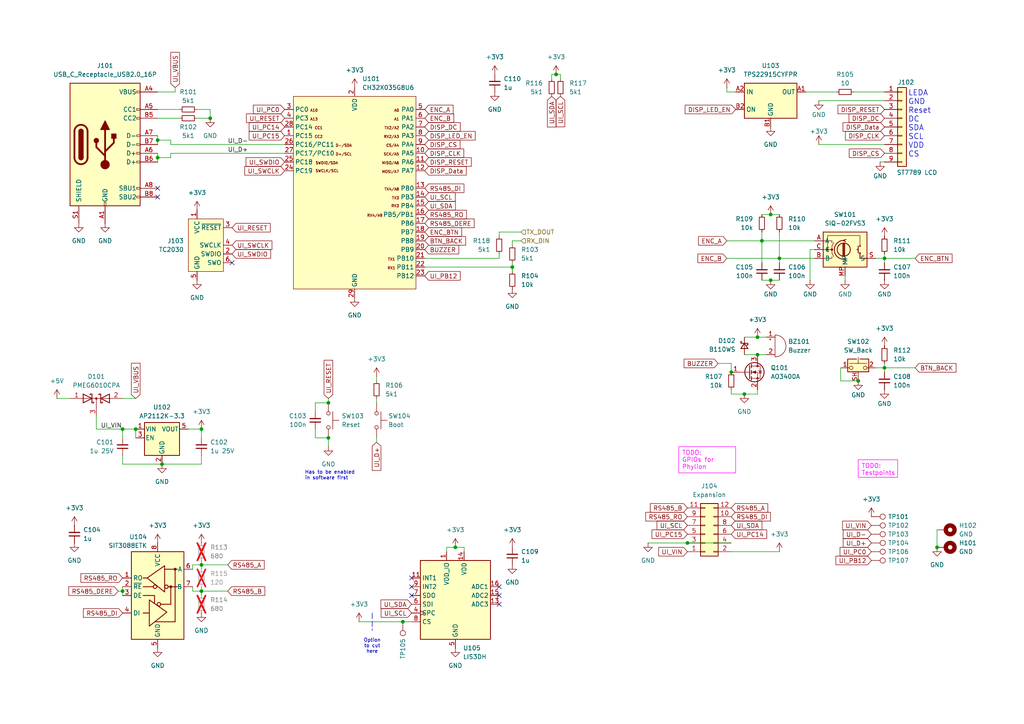
<source format=kicad_sch>
(kicad_sch (version 20231120) (generator "eeschema") (generator_version "8.0")
  (paper "A4")
  (junction (at 46.99 134.62))
  (junction (at 58.42 163.83))
  (junction (at 58.42 124.46))
  (junction (at 58.42 171.45))
  (junction (at 95.25 127))
  (junction (at 45.72 45.72))
  (junction (at 35.56 171.45))
  (junction (at 45.72 40.64))
  (junction (at 199.39 157.48))
  (junction (at 219.71 97.79))
  (junction (at 60.96 34.29))
  (junction (at 132.08 158.75))
  (junction (at 256.54 74.93))
  (junction (at 223.52 62.23))
  (junction (at 39.37 124.46))
  (junction (at 219.71 102.87))
  (junction (at 248.92 110.49))
  (junction (at 215.9 114.3))
  (junction (at 116.84 180.34))
  (junction (at 271.78 158.75))
  (junction (at 212.09 107.95))
  (junction (at 161.29 21.59))
  (junction (at 256.54 106.68))
  (junction (at 148.59 77.47))
  (junction (at 226.06 74.93))
  (junction (at 223.52 81.28))
  (junction (at 35.56 124.46))
  (junction (at 220.98 69.85))
  (junction (at 95.25 116.84))
  (no_connect (at 45.72 54.61))
  (no_connect (at 45.72 57.15))
  (no_connect (at 119.38 170.18))
  (no_connect (at 67.31 76.2))
  (no_connect (at 144.78 170.18))
  (no_connect (at 119.38 167.64))
  (no_connect (at 144.78 175.26))
  (no_connect (at 119.38 172.72))
  (no_connect (at 144.78 172.72))
  (wire (pts (xy 215.9 97.79) (xy 219.71 97.79)))
  (wire (pts (xy 220.98 69.85) (xy 236.22 69.85)))
  (wire (pts (xy 39.37 124.46) (xy 39.37 127)))
  (wire (pts (xy 144.78 74.93) (xy 144.78 73.66)))
  (wire (pts (xy 50.8 26.67) (xy 45.72 26.67)))
  (wire (pts (xy 58.42 171.45) (xy 58.42 170.18)))
  (wire (pts (xy 223.52 62.23) (xy 226.06 62.23)))
  (wire (pts (xy 95.25 127) (xy 91.44 127)))
  (wire (pts (xy 223.52 81.28) (xy 226.06 81.28)))
  (wire (pts (xy 219.71 102.87) (xy 222.25 102.87)))
  (wire (pts (xy 35.56 127) (xy 35.56 124.46)))
  (wire (pts (xy 148.59 69.85) (xy 148.59 71.12)))
  (wire (pts (xy 58.42 172.72) (xy 58.42 171.45)))
  (wire (pts (xy 46.99 134.62) (xy 35.56 134.62)))
  (wire (pts (xy 104.14 180.34) (xy 116.84 180.34)))
  (wire (pts (xy 134.62 158.75) (xy 134.62 160.02)))
  (wire (pts (xy 220.98 62.23) (xy 223.52 62.23)))
  (wire (pts (xy 226.06 67.31) (xy 226.06 74.93)))
  (wire (pts (xy 58.42 163.83) (xy 66.04 163.83)))
  (wire (pts (xy 45.72 44.45) (xy 45.72 45.72)))
  (wire (pts (xy 49.53 41.91) (xy 82.55 41.91)))
  (wire (pts (xy 35.56 171.45) (xy 35.56 172.72)))
  (wire (pts (xy 215.9 114.3) (xy 219.71 114.3)))
  (wire (pts (xy 58.42 163.83) (xy 58.42 165.1)))
  (wire (pts (xy 55.88 163.83) (xy 58.42 163.83)))
  (wire (pts (xy 220.98 69.85) (xy 220.98 76.2)))
  (wire (pts (xy 237.49 29.21) (xy 256.54 29.21)))
  (wire (pts (xy 55.88 171.45) (xy 55.88 170.18)))
  (wire (pts (xy 151.13 69.85) (xy 148.59 69.85)))
  (wire (pts (xy 199.39 157.48) (xy 212.09 157.48)))
  (wire (pts (xy 109.22 128.27) (xy 109.22 127)))
  (wire (pts (xy 271.78 153.67) (xy 271.78 158.75)))
  (wire (pts (xy 256.54 106.68) (xy 265.43 106.68)))
  (wire (pts (xy 49.53 40.64) (xy 49.53 41.91)))
  (wire (pts (xy 58.42 134.62) (xy 58.42 132.08)))
  (wire (pts (xy 60.96 31.75) (xy 60.96 34.29)))
  (wire (pts (xy 45.72 40.64) (xy 45.72 41.91)))
  (wire (pts (xy 58.42 162.56) (xy 58.42 163.83)))
  (wire (pts (xy 210.82 26.67) (xy 213.36 26.67)))
  (wire (pts (xy 58.42 171.45) (xy 66.04 171.45)))
  (wire (pts (xy 148.59 77.47) (xy 148.59 78.74)))
  (wire (pts (xy 210.82 74.93) (xy 226.06 74.93)))
  (wire (pts (xy 243.84 110.49) (xy 248.92 110.49)))
  (wire (pts (xy 212.09 114.3) (xy 212.09 113.03)))
  (wire (pts (xy 16.51 115.57) (xy 20.32 115.57)))
  (wire (pts (xy 254 106.68) (xy 256.54 106.68)))
  (wire (pts (xy 219.71 97.79) (xy 222.25 97.79)))
  (wire (pts (xy 45.72 31.75) (xy 52.07 31.75)))
  (wire (pts (xy 144.78 68.58) (xy 144.78 67.31)))
  (wire (pts (xy 27.94 124.46) (xy 27.94 120.65)))
  (wire (pts (xy 91.44 127) (xy 91.44 124.46)))
  (wire (pts (xy 50.8 25.4) (xy 50.8 26.67)))
  (polyline (pts (xy 107.95 177.8) (xy 107.95 182.88)) (stroke (width 0) (type dash)))
  (wire (pts (xy 58.42 127) (xy 58.42 124.46)))
  (wire (pts (xy 215.9 102.87) (xy 219.71 102.87)))
  (wire (pts (xy 237.49 41.91) (xy 256.54 41.91)))
  (wire (pts (xy 35.56 134.62) (xy 35.56 132.08)))
  (wire (pts (xy 54.61 124.46) (xy 58.42 124.46)))
  (wire (pts (xy 27.94 124.46) (xy 35.56 124.46)))
  (wire (pts (xy 91.44 116.84) (xy 95.25 116.84)))
  (wire (pts (xy 236.22 72.39) (xy 234.95 72.39)))
  (wire (pts (xy 123.19 74.93) (xy 144.78 74.93)))
  (wire (pts (xy 57.15 31.75) (xy 60.96 31.75)))
  (wire (pts (xy 256.54 74.93) (xy 265.43 74.93)))
  (wire (pts (xy 116.84 180.34) (xy 119.38 180.34)))
  (wire (pts (xy 256.54 73.66) (xy 256.54 74.93)))
  (wire (pts (xy 95.25 115.57) (xy 95.25 116.84)))
  (wire (pts (xy 256.54 105.41) (xy 256.54 106.68)))
  (wire (pts (xy 49.53 45.72) (xy 49.53 44.45)))
  (wire (pts (xy 254 74.93) (xy 256.54 74.93)))
  (wire (pts (xy 35.56 115.57) (xy 39.37 115.57)))
  (wire (pts (xy 95.25 129.54) (xy 95.25 127)))
  (wire (pts (xy 243.84 106.68) (xy 243.84 110.49)))
  (wire (pts (xy 212.09 114.3) (xy 215.9 114.3)))
  (wire (pts (xy 55.88 163.83) (xy 55.88 165.1)))
  (wire (pts (xy 129.54 158.75) (xy 132.08 158.75)))
  (wire (pts (xy 161.29 21.59) (xy 162.56 21.59)))
  (wire (pts (xy 35.56 170.18) (xy 35.56 171.45)))
  (wire (pts (xy 212.09 105.41) (xy 212.09 107.95)))
  (wire (pts (xy 46.99 134.62) (xy 58.42 134.62)))
  (wire (pts (xy 160.02 22.86) (xy 160.02 21.59)))
  (wire (pts (xy 34.29 171.45) (xy 35.56 171.45)))
  (wire (pts (xy 220.98 67.31) (xy 220.98 69.85)))
  (wire (pts (xy 132.08 158.75) (xy 134.62 158.75)))
  (wire (pts (xy 35.56 124.46) (xy 39.37 124.46)))
  (wire (pts (xy 148.59 76.2) (xy 148.59 77.47)))
  (wire (pts (xy 45.72 39.37) (xy 45.72 40.64)))
  (wire (pts (xy 226.06 74.93) (xy 236.22 74.93)))
  (wire (pts (xy 123.19 77.47) (xy 148.59 77.47)))
  (wire (pts (xy 160.02 21.59) (xy 161.29 21.59)))
  (wire (pts (xy 247.65 26.67) (xy 256.54 26.67)))
  (wire (pts (xy 45.72 45.72) (xy 49.53 45.72)))
  (wire (pts (xy 226.06 74.93) (xy 226.06 76.2)))
  (wire (pts (xy 210.82 25.4) (xy 210.82 26.67)))
  (wire (pts (xy 255.27 46.99) (xy 256.54 46.99)))
  (wire (pts (xy 144.78 67.31) (xy 151.13 67.31)))
  (wire (pts (xy 162.56 21.59) (xy 162.56 22.86)))
  (wire (pts (xy 212.09 160.02) (xy 226.06 160.02)))
  (wire (pts (xy 233.68 26.67) (xy 242.57 26.67)))
  (wire (pts (xy 109.22 116.84) (xy 109.22 115.57)))
  (wire (pts (xy 256.54 76.2) (xy 256.54 74.93)))
  (wire (pts (xy 109.22 110.49) (xy 109.22 109.22)))
  (wire (pts (xy 208.28 105.41) (xy 212.09 105.41)))
  (wire (pts (xy 187.96 157.48) (xy 199.39 157.48)))
  (wire (pts (xy 234.95 72.39) (xy 234.95 81.28)))
  (wire (pts (xy 220.98 81.28) (xy 223.52 81.28)))
  (wire (pts (xy 256.54 107.95) (xy 256.54 106.68)))
  (wire (pts (xy 45.72 45.72) (xy 45.72 46.99)))
  (wire (pts (xy 45.72 40.64) (xy 49.53 40.64)))
  (wire (pts (xy 129.54 160.02) (xy 129.54 158.75)))
  (wire (pts (xy 55.88 171.45) (xy 58.42 171.45)))
  (wire (pts (xy 245.11 81.28) (xy 245.11 80.01)))
  (wire (pts (xy 210.82 69.85) (xy 220.98 69.85)))
  (wire (pts (xy 57.15 34.29) (xy 60.96 34.29)))
  (wire (pts (xy 45.72 34.29) (xy 52.07 34.29)))
  (wire (pts (xy 219.71 114.3) (xy 219.71 113.03)))
  (wire (pts (xy 49.53 44.45) (xy 82.55 44.45)))
  (wire (pts (xy 91.44 119.38) (xy 91.44 116.84)))
  (text_box "TODO:\nTestpoints" (at 248.92 133.35 0) (size 11.43 5.08) (stroke (width 0) (color 255 0 255 1)) (effects (font (size 1.27 1.27)) (justify left top)))
  (text_box "TODO:\nGPIOs for Phylion" (at 196.85 129.54 0) (size 16.51 7.62) (stroke (width 0) (color 255 0 255 1)) (effects (font (size 1.27 1.27)) (justify left top)))
  (text "Has to be enabled \nin software first" (at 88.392 137.922 0) (effects (font (size 1.016 1.016)) (justify left)))
  (text "Option\nto cut\nhere" (at 107.95 187.452 0) (effects (font (size 1 1))))
  (text "LEDA\nGND\nReset\nDC\nSDA\nSCL\nVDD\nCS" (at 263.398 26.162 0) (effects (font (size 1.5748 1.5748)) (justify left top)))
  (label "UI_D-" (at 66.04 41.91 0))
  (label "UI_VIN" (at 29.21 124.46 0))
  (label "UI_D+" (at 66.04 44.45 0))
  (global_label "UI_SCL" (shape input) (at 162.56 27.94 270) (property "Intersheetrefs" "${INTERSHEET_REFS}" (effects (hide yes))))
  (global_label "UI_PB12" (shape input) (at 123.19 80.01 0) (property "Intersheetrefs" "${INTERSHEET_REFS}" (effects (hide yes))))
  (global_label "UI_RESET" (shape input) (at 67.31 66.04 0) (property "Intersheetrefs" "${INTERSHEET_REFS}" (effects (hide yes))))
  (global_label "UI_SDA" (shape input) (at 119.38 175.26 180) (property "Intersheetrefs" "${INTERSHEET_REFS}" (effects (hide yes))))
  (global_label "UI_SCL" (shape input) (at 199.39 152.4 180) (property "Intersheetrefs" "${INTERSHEET_REFS}" (effects (hide yes))))
  (global_label "DISP_Data" (shape input) (at 123.19 49.53 0) (property "Intersheetrefs" "${INTERSHEET_REFS}" (effects (hide yes))))
  (global_label "ENC_A" (shape input) (at 123.19 31.75 0) (property "Intersheetrefs" "${INTERSHEET_REFS}" (effects (hide yes))))
  (global_label "UI_RESET" (shape input) (at 82.55 34.29 180) (property "Intersheetrefs" "${INTERSHEET_REFS}" (effects (hide yes))))
  (global_label "UI_SWDIO" (shape input) (at 82.55 46.99 180) (property "Intersheetrefs" "${INTERSHEET_REFS}" (effects (hide yes))))
  (global_label "UI_VIN" (shape input) (at 199.39 160.02 180) (property "Intersheetrefs" "${INTERSHEET_REFS}" (effects (hide yes))))
  (global_label "RS485_B" (shape input) (at 66.04 171.45 0) (property "Intersheetrefs" "${INTERSHEET_REFS}" (effects (hide yes))))
  (global_label "DISP_LED_EN" (shape input) (at 123.19 39.37 0) (property "Intersheetrefs" "${INTERSHEET_REFS}" (effects (hide yes))))
  (global_label "BTN_BACK" (shape input) (at 123.19 69.85 0) (property "Intersheetrefs" "${INTERSHEET_REFS}" (effects (hide yes))))
  (global_label "UI_PC0" (shape input) (at 252.73 160.02 180) (property "Intersheetrefs" "${INTERSHEET_REFS}" (effects (hide yes))))
  (global_label "UI_RESET" (shape input) (at 95.25 115.57 90) (property "Intersheetrefs" "${INTERSHEET_REFS}" (effects (hide yes))))
  (global_label "DISP_DC" (shape input) (at 256.54 34.29 180) (property "Intersheetrefs" "${INTERSHEET_REFS}" (effects (hide yes))))
  (global_label "RS485_RO" (shape input) (at 123.19 62.23 0) (property "Intersheetrefs" "${INTERSHEET_REFS}" (effects (hide yes))))
  (global_label "UI_SWCLK" (shape input) (at 67.31 71.12 0) (property "Intersheetrefs" "${INTERSHEET_REFS}" (effects (hide yes))))
  (global_label "UI_PC0" (shape input) (at 82.55 31.75 180) (property "Intersheetrefs" "${INTERSHEET_REFS}" (effects (hide yes))))
  (global_label "UI_D+" (shape input) (at 109.22 128.27 270) (property "Intersheetrefs" "${INTERSHEET_REFS}" (effects (hide yes))))
  (global_label "RS485_DI" (shape input) (at 212.09 149.86 0) (property "Intersheetrefs" "${INTERSHEET_REFS}" (effects (hide yes))))
  (global_label "UI_SDA" (shape input) (at 160.02 27.94 270) (property "Intersheetrefs" "${INTERSHEET_REFS}" (effects (hide yes))))
  (global_label "UI_SCL" (shape input) (at 123.19 57.15 0) (property "Intersheetrefs" "${INTERSHEET_REFS}" (effects (hide yes))))
  (global_label "DISP_DC" (shape input) (at 123.19 36.83 0) (property "Intersheetrefs" "${INTERSHEET_REFS}" (effects (hide yes))))
  (global_label "RS485_A" (shape input) (at 212.09 147.32 0) (property "Intersheetrefs" "${INTERSHEET_REFS}" (effects (hide yes))))
  (global_label "RS485_DI" (shape input) (at 35.56 177.8 180) (property "Intersheetrefs" "${INTERSHEET_REFS}" (effects (hide yes))))
  (global_label "UI_D+" (shape input) (at 252.73 157.48 180) (property "Intersheetrefs" "${INTERSHEET_REFS}" (effects (hide yes))))
  (global_label "DISP_CLK" (shape input) (at 123.19 44.45 0) (property "Intersheetrefs" "${INTERSHEET_REFS}" (effects (hide yes))))
  (global_label "RS485_RO" (shape input) (at 35.56 167.64 180) (property "Intersheetrefs" "${INTERSHEET_REFS}" (effects (hide yes))))
  (global_label "UI_PC15" (shape input) (at 199.39 154.94 180) (property "Intersheetrefs" "${INTERSHEET_REFS}" (effects (hide yes))))
  (global_label "UI_VBUS" (shape input) (at 50.8 25.4 90) (property "Intersheetrefs" "${INTERSHEET_REFS}" (effects (hide yes))))
  (global_label "DISP_CLK" (shape input) (at 256.54 39.37 180) (property "Intersheetrefs" "${INTERSHEET_REFS}" (effects (hide yes))))
  (global_label "UI_SWDIO" (shape input) (at 67.31 73.66 0) (property "Intersheetrefs" "${INTERSHEET_REFS}" (effects (hide yes))))
  (global_label "BTN_BACK" (shape input) (at 265.43 106.68 0) (property "Intersheetrefs" "${INTERSHEET_REFS}" (effects (hide yes))))
  (global_label "DISP_Data" (shape input) (at 256.54 36.83 180) (property "Intersheetrefs" "${INTERSHEET_REFS}" (effects (hide yes))))
  (global_label "UI_SDA" (shape input) (at 123.19 59.69 0) (property "Intersheetrefs" "${INTERSHEET_REFS}" (effects (hide yes))))
  (global_label "UI_PC14" (shape input) (at 212.09 154.94 0) (property "Intersheetrefs" "${INTERSHEET_REFS}" (effects (hide yes))))
  (global_label "UI_SCL" (shape input) (at 119.38 177.8 180) (property "Intersheetrefs" "${INTERSHEET_REFS}" (effects (hide yes))))
  (global_label "RS485_DERE" (shape input) (at 34.29 171.45 180) (property "Intersheetrefs" "${INTERSHEET_REFS}" (effects (hide yes))))
  (global_label "RS485_DI" (shape input) (at 123.19 54.61 0) (property "Intersheetrefs" "${INTERSHEET_REFS}" (effects (hide yes))))
  (global_label "ENC_B" (shape input) (at 123.19 34.29 0) (property "Intersheetrefs" "${INTERSHEET_REFS}" (effects (hide yes))))
  (global_label "DISP_RESET" (shape input) (at 256.54 31.75 180) (property "Intersheetrefs" "${INTERSHEET_REFS}" (effects (hide yes))))
  (global_label "DISP_RESET" (shape input) (at 123.19 46.99 0) (property "Intersheetrefs" "${INTERSHEET_REFS}" (effects (hide yes))))
  (global_label "DISP_LED_EN" (shape input) (at 213.36 31.75 180) (property "Intersheetrefs" "${INTERSHEET_REFS}" (effects (hide yes))))
  (global_label "UI_SDA" (shape input) (at 212.09 152.4 0) (property "Intersheetrefs" "${INTERSHEET_REFS}" (effects (hide yes))))
  (global_label "UI_PC15" (shape input) (at 82.55 39.37 180) (property "Intersheetrefs" "${INTERSHEET_REFS}" (effects (hide yes))))
  (global_label "ENC_B" (shape input) (at 210.82 74.93 180) (property "Intersheetrefs" "${INTERSHEET_REFS}" (effects (hide yes))))
  (global_label "UI_PB12" (shape input) (at 252.73 162.56 180) (property "Intersheetrefs" "${INTERSHEET_REFS}" (effects (hide yes))))
  (global_label "UI_VIN" (shape input) (at 252.73 152.4 180) (property "Intersheetrefs" "${INTERSHEET_REFS}" (effects (hide yes))))
  (global_label "BUZZER" (shape input) (at 123.19 72.39 0) (property "Intersheetrefs" "${INTERSHEET_REFS}" (effects (hide yes))))
  (global_label "ENC_BTN" (shape input) (at 123.19 67.31 0) (property "Intersheetrefs" "${INTERSHEET_REFS}" (effects (hide yes))))
  (global_label "UI_D-" (shape input) (at 252.73 154.94 180) (property "Intersheetrefs" "${INTERSHEET_REFS}" (effects (hide yes))))
  (global_label "ENC_BTN" (shape input) (at 265.43 74.93 0) (property "Intersheetrefs" "${INTERSHEET_REFS}" (effects (hide yes))))
  (global_label "BUZZER" (shape input) (at 208.28 105.41 180) (property "Intersheetrefs" "${INTERSHEET_REFS}" (effects (hide yes))))
  (global_label "DISP_CS" (shape input) (at 123.19 41.91 0) (property "Intersheetrefs" "${INTERSHEET_REFS}" (effects (hide yes))))
  (global_label "DISP_CS" (shape input) (at 256.54 44.45 180) (property "Intersheetrefs" "${INTERSHEET_REFS}" (effects (hide yes))))
  (global_label "RS485_B" (shape input) (at 199.39 147.32 180) (property "Intersheetrefs" "${INTERSHEET_REFS}" (effects (hide yes))))
  (global_label "UI_SWCLK" (shape input) (at 82.55 49.53 180) (property "Intersheetrefs" "${INTERSHEET_REFS}" (effects (hide yes))))
  (global_label "UI_VBUS" (shape input) (at 39.37 115.57 90) (property "Intersheetrefs" "${INTERSHEET_REFS}" (effects (hide yes))))
  (global_label "ENC_A" (shape input) (at 210.82 69.85 180) (property "Intersheetrefs" "${INTERSHEET_REFS}" (effects (hide yes))))
  (global_label "RS485_DERE" (shape input) (at 123.19 64.77 0) (property "Intersheetrefs" "${INTERSHEET_REFS}" (effects (hide yes))))
  (global_label "UI_PC14" (shape input) (at 82.55 36.83 180) (property "Intersheetrefs" "${INTERSHEET_REFS}" (effects (hide yes))))
  (global_label "RS485_A" (shape input) (at 66.04 163.83 0) (property "Intersheetrefs" "${INTERSHEET_REFS}" (effects (hide yes))))
  (global_label "RS485_RO" (shape input) (at 199.39 149.86 180) (property "Intersheetrefs" "${INTERSHEET_REFS}" (effects (hide yes))))
  (hierarchical_label "TX_DOUT" (shape input) (at 151.13 67.31 0))
  (hierarchical_label "RX_DIN" (shape input) (at 151.13 69.85 0))
  (symbol (lib_id "Device:R_Small") (at 148.59 81.28 0) (unit 1)
    (property "Reference" "R104" (at 151.13 80.0099 0) (effects (justify left)))
    (property "Value" "10k" (at 151.13 82.5499 0) (effects (justify left)))
    (property "Footprint" "Resistor_SMD:R_0402_1005Metric" (effects (hide yes)))
    (property "Description" "Resistor, small symbol" (effects (hide yes)))
  )
  (symbol (lib_id "power:+3V3") (at 148.59 158.75 0) (unit 1)
    (property "Reference" "#PWR0137" (effects (hide yes)))
    (property "Value" "+3V3" (at 148.59 153.67 0))
    (property "Description" "Power symbol creates a global label with name \"+3V3\"" (effects (hide yes)))
  )
  (symbol (lib_id "Device:C_Small") (at 21.59 154.94 0) (mirror x) (unit 1)
    (property "Reference" "C104" (at 24.13 153.6635 0) (effects (justify left)))
    (property "Value" "1u" (at 24.13 156.2035 0) (effects (justify left)))
    (property "Footprint" "Capacitor_SMD:C_0402_1005Metric" (effects (hide yes)))
    (property "Description" "Unpolarized capacitor, small symbol" (effects (hide yes)))
  )
  (symbol (lib_id "Connector:TestPoint") (at 252.73 154.94 270) (unit 1) (in_bom no)
    (property "Reference" "TP103" (at 257.556 154.94 90) (effects (justify left)))
    (property "Value" "D-" (effects (hide yes)))
    (property "Footprint" "TestPoint:TestPoint_Pad_D1.0mm" (effects (hide yes)))
    (property "Description" "test point" (effects (hide yes)))
  )
  (symbol (lib_id "Device:R_Small") (at 144.78 71.12 0) (unit 1)
    (property "Reference" "R118" (at 142.24 69.8499 0) (effects (justify right)))
    (property "Value" "5k1" (at 142.24 72.3899 0) (effects (justify right)))
    (property "Footprint" "Resistor_SMD:R_0402_1005Metric" (effects (hide yes)))
    (property "Description" "Resistor, small symbol" (effects (hide yes)))
  )
  (symbol (lib_id "Device:D_Schottky_Dual_CommonCathode_AAK") (at 27.94 115.57 0) (unit 1)
    (property "Reference" "D101" (at 27.94 109.22 0))
    (property "Value" "PMEG6010CPA" (at 27.94 111.76 0))
    (property "Footprint" "Package_SON:HUSON-3-1EP_2x2mm_P1.3mm_EP1.1x1.6mm" (effects (hide yes)))
    (property "Datasheet" "https://assets.nexperia.com/documents/data-sheet/PMEG6010CPA.pdf" (effects (hide yes)))
    (property "Description" "Dual Schottky diode, common cathode on pin 3" (effects (hide yes)))
  )
  (symbol (lib_id "LeoDJ:CH32X035G8U6") (at 102.87 55.88 0) (unit 1)
    (property "Reference" "U101" (at 105.0641 22.86 0) (effects (justify left)))
    (property "Value" "CH32X035G8U6" (at 105.0641 25.4 0) (effects (justify left)))
    (property "Footprint" "Package_DFN_QFN:QFN-28-1EP_4x4mm_P0.4mm_EP2.6x2.6mm" (effects (hide yes)))
    (property "Datasheet" "https://www.lcsc.com/datasheet/lcsc_datasheet_2404070952_WCH-Jiangsu-Qin-Heng-CH32X035G8U6_C7437027.pdf" (effects (hide yes)))
    (property "Description" "CH32X035 has built-in USB and PD PHY, supports USB Host and USB Device functions, PDUSB and Type-C fast charging functions, built-in programmable protocol I/O controller, provides 2 groups of OPA, 3 groups of CMP, 4 groups of USART, I2C, SPI, multiple timers, 12-bit ADC, 14-channel touch-key and other rich peripheral resources." (effects (hide yes)))
    (property "LCSC Part" "C7437027" (effects (hide yes)))
  )
  (symbol (lib_id "power:+3V3") (at 223.52 62.23 0) (unit 1)
    (property "Reference" "#PWR0126" (effects (hide yes)))
    (property "Value" "+3V3" (at 223.52 57.15 0))
    (property "Description" "Power symbol creates a global label with name \"+3V3\"" (effects (hide yes)))
  )
  (symbol (lib_id "power:+3V3") (at 143.51 21.59 0) (unit 1)
    (property "Reference" "#PWR07" (effects (hide yes)))
    (property "Value" "+3V3" (at 143.51 16.51 0))
    (property "Description" "Power symbol creates a global label with name \"+3V3\"" (effects (hide yes)))
  )
  (symbol (lib_id "Connector:TestPoint") (at 116.84 180.34 180) (unit 1)
    (property "Reference" "TP105" (at 116.84 185.166 90) (effects (justify left)))
    (property "Value" "TestPoint" (effects (hide yes)))
    (property "Footprint" "TestPoint:TestPoint_Pad_D1.0mm" (effects (hide yes)))
    (property "Description" "test point" (effects (hide yes)))
  )
  (symbol (lib_id "Switch:SW_Push_Shielded") (at 248.92 106.68 0) (unit 1)
    (property "Reference" "SW102" (at 248.92 99.06 0))
    (property "Value" "SW_Back" (at 248.92 101.6 0))
    (property "Footprint" "LCSC:SW-SMD_TS24CA" (effects (hide yes)))
    (property "Description" "Generic push-button switch, two contact pins and shield pin(s)" (effects (hide yes)))
    (property "LCSC Part" "C393942" (effects (hide yes)))
  )
  (symbol (lib_id "Connector:TestPoint") (at 252.73 157.48 270) (unit 1) (in_bom no)
    (property "Reference" "TP104" (at 257.556 157.48 90) (effects (justify left)))
    (property "Value" "D+" (effects (hide yes)))
    (property "Footprint" "TestPoint:TestPoint_Pad_D1.0mm" (effects (hide yes)))
    (property "Description" "test point" (effects (hide yes)))
  )
  (symbol (lib_id "power:+3V3") (at 226.06 160.02 0) (unit 1)
    (property "Reference" "#PWR0135" (effects (hide yes)))
    (property "Value" "+3V3" (at 226.06 154.94 0))
    (property "Description" "Power symbol creates a global label with name \"+3V3\"" (effects (hide yes)))
  )
  (symbol (lib_id "Sensor_Motion:LIS3DH") (at 132.08 172.72 0) (unit 1)
    (property "Reference" "U105" (at 134.2741 187.96 0) (effects (justify left)))
    (property "Value" "LIS3DH" (at 134.2741 190.5 0) (effects (justify left)))
    (property "Footprint" "Package_LGA:LGA-16_3x3mm_P0.5mm_LayoutBorder3x5y" (effects (hide yes)))
    (property "Datasheet" "https://www.st.com/resource/en/datasheet/cd00274221.pdf" (effects (hide yes)))
    (property "Description" "3-Axis Accelerometer, 2/4/8/16g range, I2C/SPI interface, LGA-16" (effects (hide yes)))
    (property "LCSC Part" "C15134" (effects (hide yes)))
  )
  (symbol (lib_id "power:GND") (at 148.59 163.83 0) (unit 1)
    (property "Reference" "#PWR0138" (effects (hide yes)))
    (property "Value" "GND" (at 148.59 168.91 0))
    (property "Description" "Power symbol creates a global label with name \"GND\" , ground" (effects (hide yes)))
  )
  (symbol (lib_id "Mechanical:MountingHole_Pad") (at 274.32 158.75 270) (unit 1) (exclude_from_sim yes) (in_bom no)
    (property "Reference" "H101" (at 278.13 157.4799 90) (effects (justify left)))
    (property "Value" "GND" (at 278.13 160.0199 90) (effects (justify left)))
    (property "Footprint" "MountingHole:MountingHole_2.2mm_M2_Pad_Via" (effects (hide yes)))
    (property "Description" "Mounting Hole with connection" (effects (hide yes)))
  )
  (symbol (lib_id "Device:R_Small") (at 256.54 102.87 180) (unit 1)
    (property "Reference" "R112" (at 259.08 101.5999 0) (effects (justify right)))
    (property "Value" "10k" (at 259.08 104.1399 0) (effects (justify right)))
    (property "Footprint" "Resistor_SMD:R_0402_1005Metric" (effects (hide yes)))
    (property "Description" "Resistor, small symbol" (effects (hide yes)))
  )
  (symbol (lib_id "Device:D_Schottky_Small") (at 215.9 100.33 90) (mirror x) (unit 1)
    (property "Reference" "D102" (at 213.36 98.8059 90) (effects (justify left)))
    (property "Value" "B110WS" (at 213.36 101.3459 90) (effects (justify left)))
    (property "Footprint" "Diode_SMD:D_SOD-323" (effects (hide yes)))
    (property "Datasheet" "https://www.lcsc.com/datasheet/lcsc_datasheet_2409302201_BORN-B110WS_C7461125.pdf" (effects (hide yes)))
    (property "Description" "Schottky diode, small symbol" (effects (hide yes)))
    (property "LCSC Part" "C7461125" (effects (hide yes)))
  )
  (symbol (lib_id "power:GND") (at 256.54 81.28 0) (unit 1)
    (property "Reference" "#PWR0128" (effects (hide yes)))
    (property "Value" "GND" (at 256.54 85.344 0))
    (property "Description" "Power symbol creates a global label with name \"GND\" , ground" (effects (hide yes)))
  )
  (symbol (lib_id "power:+3V3") (at 237.49 41.91 0) (unit 1)
    (property "Reference" "#PWR0104" (effects (hide yes)))
    (property "Value" "+3V3" (at 237.49 38.1 0))
    (property "Description" "Power symbol creates a global label with name \"+3V3\"" (effects (hide yes)))
  )
  (symbol (lib_id "power:+3V3") (at 252.73 149.86 0) (unit 1)
    (property "Reference" "#PWR0118" (effects (hide yes)))
    (property "Value" "+3V3" (at 252.73 144.78 0))
    (property "Description" "Power symbol creates a global label with name \"+3V3\"" (effects (hide yes)))
  )
  (symbol (lib_id "power:GND") (at 237.49 29.21 0) (unit 1)
    (property "Reference" "#PWR0103" (effects (hide yes)))
    (property "Value" "GND" (at 237.49 33.274 0))
    (property "Description" "Power symbol creates a global label with name \"GND\" , ground" (effects (hide yes)))
  )
  (symbol (lib_id "power:GND") (at 95.25 129.54 0) (unit 1)
    (property "Reference" "#PWR0120" (effects (hide yes)))
    (property "Value" "GND" (at 95.25 134.62 0))
    (property "Description" "Power symbol creates a global label with name \"GND\" , ground" (effects (hide yes)))
  )
  (symbol (lib_id "Device:R_Small") (at 245.11 26.67 90) (unit 1)
    (property "Reference" "R105" (at 245.11 21.59 90))
    (property "Value" "10" (at 245.11 24.13 90))
    (property "Footprint" "Resistor_SMD:R_0402_1005Metric" (effects (hide yes)))
    (property "Description" "Resistor, small symbol" (effects (hide yes)))
  )
  (symbol (lib_id "power:GND") (at 132.08 187.96 0) (unit 1)
    (property "Reference" "#PWR0140" (effects (hide yes)))
    (property "Value" "GND" (at 132.08 193.04 0))
    (property "Description" "Power symbol creates a global label with name \"GND\" , ground" (effects (hide yes)))
  )
  (symbol (lib_id "Connector:Conn_ARM_SWD_TagConnect_TC2030-NL") (at 59.69 71.12 0) (unit 1) (in_bom no)
    (property "Reference" "J103" (at 53.34 69.8499 0) (effects (justify right)))
    (property "Value" "TC2030" (at 53.34 72.3899 0) (effects (justify right)))
    (property "Footprint" "Paw-Connect:Paw-Connect_RevB_TC2030-IDC-NL_2x03_P1.27mm_Vertical" (effects (hide yes)))
    (property "Datasheet" "https://www.tag-connect.com/wp-content/uploads/bsk-pdf-manager/TC2030-CTX_1.pdf" (effects (hide yes)))
    (property "Description" "Tag-Connect ARM Cortex SWD JTAG connector, 6 pin, no legs" (effects (hide yes)))
  )
  (symbol (lib_id "power:+5V") (at 16.51 115.57 0) (unit 1)
    (property "Reference" "#PWR0111" (effects (hide yes)))
    (property "Value" "+5V" (at 16.51 110.49 0))
    (property "Description" "Power symbol creates a global label with name \"+5V\"" (effects (hide yes)))
  )
  (symbol (lib_id "Device:R_Small") (at 226.06 64.77 180) (unit 1)
    (property "Reference" "R110" (at 228.6 63.4999 0) (effects (justify right)))
    (property "Value" "10k" (at 228.6 66.0399 0) (effects (justify right)))
    (property "Footprint" "Resistor_SMD:R_0402_1005Metric" (effects (hide yes)))
    (property "Description" "Resistor, small symbol" (effects (hide yes)))
  )
  (symbol (lib_id "power:GND") (at 102.87 86.36 0) (unit 1)
    (property "Reference" "#PWR0108" (effects (hide yes)))
    (property "Value" "GND" (at 102.87 91.44 0))
    (property "Description" "Power symbol creates a global label with name \"GND\" , ground" (effects (hide yes)))
  )
  (symbol (lib_id "LeoDJ:TPS2291x") (at 223.52 29.21 0) (unit 1)
    (property "Reference" "U103" (at 223.52 19.05 0))
    (property "Value" "TPS22915CYFPR" (at 223.52 21.59 0))
    (property "Footprint" "Package_BGA:Texas_PicoStar_BGA-4_0.758x0.758mm_Layout2x2_P0.4mm" (effects (hide yes)))
    (property "Datasheet" "https://www.ti.com/lit/ds/symlink/tps22915.pdf" (effects (hide yes)))
    (property "Description" "TPS2291xx, 5.5-V, 2-A, 37-mΩ On-Resistance Load Switch, DSBGA-4" (effects (hide yes)))
    (property "LCSC Part" "C1849498" (effects (hide yes)))
  )
  (symbol (lib_id "power:GND") (at 223.52 36.83 0) (unit 1)
    (property "Reference" "#PWR0114" (effects (hide yes)))
    (property "Value" "GND" (at 223.52 41.91 0))
    (property "Description" "Power symbol creates a global label with name \"GND\" , ground" (effects (hide yes)))
  )
  (symbol (lib_id "Device:C_Small") (at 226.06 78.74 180) (unit 1)
    (property "Reference" "C106" (at 228.6 77.4635 0) (effects (justify right)))
    (property "Value" "100n" (at 228.6 80.0035 0) (effects (justify right)))
    (property "Footprint" "Capacitor_SMD:C_0402_1005Metric" (effects (hide yes)))
    (property "Description" "Unpolarized capacitor, small symbol" (effects (hide yes)))
  )
  (symbol (lib_id "power:+3V3") (at 109.22 109.22 0) (unit 1)
    (property "Reference" "#PWR0121" (effects (hide yes)))
    (property "Value" "+3V3" (at 109.22 104.14 0))
    (property "Description" "Power symbol creates a global label with name \"+3V3\"" (effects (hide yes)))
  )
  (symbol (lib_id "Device:R_Small") (at 220.98 64.77 0) (mirror x) (unit 1)
    (property "Reference" "R109" (at 218.44 63.4999 0) (effects (justify right)))
    (property "Value" "10k" (at 218.44 66.0399 0) (effects (justify right)))
    (property "Footprint" "Resistor_SMD:R_0402_1005Metric" (effects (hide yes)))
    (property "Description" "Resistor, small symbol" (effects (hide yes)))
  )
  (symbol (lib_id "power:GND") (at 215.9 114.3 0) (unit 1)
    (property "Reference" "#PWR0144" (effects (hide yes)))
    (property "Value" "GND" (at 215.9 119.38 0))
    (property "Description" "Power symbol creates a global label with name \"GND\" , ground" (effects (hide yes)))
  )
  (symbol (lib_id "Connector_Generic:Conn_02x06_Odd_Even") (at 204.47 154.94 0) (mirror x) (unit 1)
    (property "Reference" "J104" (at 205.74 140.97 0))
    (property "Value" "Expansion" (at 205.74 143.51 0))
    (property "Footprint" "Connector_PinSocket_1.27mm:PinSocket_2x06_P1.27mm_Horizontal" (effects (hide yes)))
    (property "Description" "Generic connector, double row, 02x06, odd/even pin numbering scheme (row 1 odd numbers, row 2 even numbers), script generated (kicad-library-utils/schlib/autogen/connector/)" (effects (hide yes)))
    (property "LCSC Part" "C2881826" (effects (hide yes)))
  )
  (symbol (lib_id "power:+3V3") (at 58.42 124.46 0) (unit 1)
    (property "Reference" "#PWR0112" (effects (hide yes)))
    (property "Value" "+3V3" (at 58.42 119.38 0))
    (property "Description" "Power symbol creates a global label with name \"+3V3\"" (effects (hide yes)))
  )
  (symbol (lib_id "Connector:USB_C_Receptacle_USB2.0_16P") (at 30.48 41.91 0) (unit 1)
    (property "Reference" "J101" (at 30.48 19.05 0))
    (property "Value" "USB_C_Receptacle_USB2.0_16P" (at 30.48 21.59 0))
    (property "Footprint" "Connector_USB:USB_C_Receptacle_HRO_TYPE-C-31-M-12" (effects (hide yes)))
    (property "Datasheet" "https://www.usb.org/sites/default/files/documents/usb_type-c.zip" (effects (hide yes)))
    (property "Description" "USB 2.0-only 16P Type-C Receptacle connector" (effects (hide yes)))
  )
  (symbol (lib_id "Device:R_Small") (at 54.61 31.75 270) (mirror x) (unit 1)
    (property "Reference" "R101" (at 54.61 26.67 90))
    (property "Value" "5k1" (at 54.61 29.21 90))
    (property "Footprint" "Resistor_SMD:R_0402_1005Metric" (effects (hide yes)))
    (property "Description" "Resistor, small symbol" (effects (hide yes)))
  )
  (symbol (lib_id "LeoDJ:SIQ-02FVS3") (at 245.11 72.39 0) (unit 1)
    (property "Reference" "SW101" (at 245.11 62.23 0))
    (property "Value" "SIQ-02FVS3" (at 245.11 64.77 0))
    (property "Footprint" "LeoDJ-kicad:SW-SMD_SIQ-02FVS3_1" (effects (hide yes)))
    (property "Datasheet" "https://www.lcsc.com/datasheet/lcsc_datasheet_2410121822_Mitsumi-Electric-SIQ-02FVS3_C2925423.pdf" (effects (hide yes)))
    (property "Description" "Horizontal Slide and Rotary Encoder" (effects (hide yes)))
    (property "LCSC Part" "C2925423" (effects (hide yes)))
  )
  (symbol (lib_id "Device:R_Small") (at 148.59 73.66 0) (unit 1)
    (property "Reference" "R103" (at 151.13 72.3899 0) (effects (justify left)))
    (property "Value" "5k1" (at 151.13 74.9299 0) (effects (justify left)))
    (property "Footprint" "Resistor_SMD:R_0402_1005Metric" (effects (hide yes)))
    (property "Description" "Resistor, small symbol" (effects (hide yes)))
  )
  (symbol (lib_id "power:+3V3") (at 58.42 157.48 0) (unit 1)
    (property "Reference" "#PWR0134" (effects (hide yes)))
    (property "Value" "+3V3" (at 58.42 152.4 0))
    (property "Description" "Power symbol creates a global label with name \"+3V3\"" (effects (hide yes)))
  )
  (symbol (lib_id "Regulator_Linear:AP2112K-3.3") (at 46.99 127 0) (unit 1)
    (property "Reference" "U102" (at 46.99 118.11 0))
    (property "Value" "AP2112K-3.3" (at 46.99 120.65 0))
    (property "Footprint" "Package_TO_SOT_SMD:SOT-23-5" (effects (hide yes)))
    (property "Datasheet" "https://www.diodes.com/assets/Datasheets/AP2112.pdf" (effects (hide yes)))
    (property "Description" "600mA low dropout linear regulator, with enable pin, 3.8V-6V input voltage range, 3.3V fixed positive output, SOT-23-5" (effects (hide yes)))
    (property "LCSC Part" "C51118" (effects (hide yes)))
  )
  (symbol (lib_id "power:+3V3") (at 161.29 21.59 0) (unit 1)
    (property "Reference" "#PWR0142" (effects (hide yes)))
    (property "Value" "+3V3" (at 161.29 16.51 0))
    (property "Description" "Power symbol creates a global label with name \"+3V3\"" (effects (hide yes)))
  )
  (symbol (lib_id "Device:R_Small") (at 160.02 25.4 0) (mirror y) (unit 1)
    (property "Reference" "R116" (at 157.48 24.1299 0) (effects (justify left)))
    (property "Value" "5k1" (at 157.48 26.6699 0) (effects (justify left)))
    (property "Footprint" "Resistor_SMD:R_0402_1005Metric" (effects (hide yes)))
    (property "Description" "Resistor, small symbol" (effects (hide yes)))
  )
  (symbol (lib_id "Device:C_Small") (at 58.42 129.54 0) (mirror x) (unit 1)
    (property "Reference" "C102" (at 60.96 128.2635 0) (effects (justify left)))
    (property "Value" "1u 25V" (at 60.96 130.8035 0) (effects (justify left)))
    (property "Footprint" "Capacitor_SMD:C_0402_1005Metric" (effects (hide yes)))
    (property "Description" "Unpolarized capacitor, small symbol" (effects (hide yes)))
  )
  (symbol (lib_id "power:+3V3") (at 21.59 152.4 0) (unit 1)
    (property "Reference" "#PWR0122" (effects (hide yes)))
    (property "Value" "+3V3" (at 21.59 147.32 0))
    (property "Description" "Power symbol creates a global label with name \"+3V3\"" (effects (hide yes)))
  )
  (symbol (lib_id "power:GND") (at 21.59 157.48 0) (unit 1)
    (property "Reference" "#PWR0123" (effects (hide yes)))
    (property "Value" "GND" (at 21.59 162.56 0))
    (property "Description" "Power symbol creates a global label with name \"GND\" , ground" (effects (hide yes)))
  )
  (symbol (lib_id "power:GND") (at 57.15 81.28 0) (unit 1)
    (property "Reference" "#PWR0110" (effects (hide yes)))
    (property "Value" "GND" (at 57.15 86.36 0))
    (property "Description" "Power symbol creates a global label with name \"GND\" , ground" (effects (hide yes)))
  )
  (symbol (lib_id "Connector:TestPoint") (at 252.73 149.86 270) (unit 1) (in_bom no)
    (property "Reference" "TP101" (at 257.556 149.86 90) (effects (justify left)))
    (property "Value" "TestPoint" (effects (hide yes)))
    (property "Footprint" "TestPoint:TestPoint_Pad_D1.0mm" (effects (hide yes)))
    (property "Description" "test point" (effects (hide yes)))
  )
  (symbol (lib_id "Device:C_Small") (at 148.59 161.29 0) (mirror x) (unit 1)
    (property "Reference" "C109" (at 151.13 160.0135 0) (effects (justify left)))
    (property "Value" "1u" (at 151.13 162.5535 0) (effects (justify left)))
    (property "Footprint" "Capacitor_SMD:C_0402_1005Metric" (effects (hide yes)))
    (property "Description" "Unpolarized capacitor, small symbol" (effects (hide yes)))
  )
  (symbol (lib_id "power:GND") (at 60.96 34.29 0) (unit 1)
    (property "Reference" "#PWR0102" (effects (hide yes)))
    (property "Value" "GND" (at 60.96 39.37 0))
    (property "Description" "Power symbol creates a global label with name \"GND\" , ground" (effects (hide yes)))
  )
  (symbol (lib_id "Device:R_Small") (at 109.22 113.03 0) (unit 1)
    (property "Reference" "R106" (at 111.76 111.7599 0) (effects (justify left)))
    (property "Value" "5k1" (at 111.76 114.2999 0) (effects (justify left)))
    (property "Footprint" "Resistor_SMD:R_0402_1005Metric" (effects (hide yes)))
    (property "Description" "Resistor, small symbol" (effects (hide yes)))
  )
  (symbol (lib_id "Device:C_Small") (at 91.44 121.92 0) (mirror x) (unit 1)
    (property "Reference" "C103" (at 88.9 120.6435 0) (effects (justify right)))
    (property "Value" "100n" (at 88.9 123.1835 0) (effects (justify right)))
    (property "Footprint" "Capacitor_SMD:C_0402_1005Metric" (effects (hide yes)))
    (property "Description" "Unpolarized capacitor, small symbol" (effects (hide yes)))
  )
  (symbol (lib_id "power:GND") (at 22.86 64.77 0) (unit 1)
    (property "Reference" "#PWR0105" (effects (hide yes)))
    (property "Value" "GND" (at 22.86 69.85 0))
    (property "Description" "Power symbol creates a global label with name \"GND\" , ground" (effects (hide yes)))
  )
  (symbol (lib_id "power:GND") (at 256.54 113.03 0) (unit 1)
    (property "Reference" "#PWR0130" (effects (hide yes)))
    (property "Value" "GND" (at 256.54 117.094 0))
    (property "Description" "Power symbol creates a global label with name \"GND\" , ground" (effects (hide yes)))
  )
  (symbol (lib_id "Switch:SW_Push") (at 95.25 121.92 270) (unit 1)
    (property "Reference" "SW103" (at 99.06 120.6499 90) (effects (justify left)))
    (property "Value" "Reset" (at 99.06 123.1899 90) (effects (justify left)))
    (property "Footprint" "LCSC:SW-SMD_4P-L3.0-W2.0-P0.85-LS3.5" (effects (hide yes)))
    (property "Description" "Push button switch, generic, two pins" (effects (hide yes)))
    (property "LCSC Part" "C256107" (effects (hide yes)))
  )
  (symbol (lib_id "power:GND") (at 143.51 26.67 0) (unit 1)
    (property "Reference" "#PWR08" (effects (hide yes)))
    (property "Value" "GND" (at 143.51 31.75 0))
    (property "Description" "Power symbol creates a global label with name \"GND\" , ground" (effects (hide yes)))
  )
  (symbol (lib_id "Device:Buzzer") (at 224.79 100.33 0) (unit 1)
    (property "Reference" "BZ101" (at 228.6 99.0599 0) (effects (justify left)))
    (property "Value" "Buzzer" (at 228.6 101.5999 0) (effects (justify left)))
    (property "Footprint" "LCSC:BUZ-SMD_L4.0-W4.0-P3.50-L" (effects (hide yes)))
    (property "Datasheet" "https://www.lcsc.com/datasheet/lcsc_datasheet_2410121831_FUET-FUET-4020_C391027.pdf" (effects (hide yes)))
    (property "Description" "Buzzer, polarized" (effects (hide yes)))
    (property "LCSC Part" "C391027" (effects (hide yes)))
  )
  (symbol (lib_id "power:GND") (at 187.96 157.48 0) (unit 1)
    (property "Reference" "#PWR0136" (effects (hide yes)))
    (property "Value" "GND" (at 187.96 162.56 0))
    (property "Description" "Power symbol creates a global label with name \"GND\" , ground" (effects (hide yes)))
  )
  (symbol (lib_id "power:GND") (at 245.11 81.28 0) (unit 1)
    (property "Reference" "#PWR0117" (effects (hide yes)))
    (property "Value" "GND" (at 245.11 85.344 0))
    (property "Description" "Power symbol creates a global label with name \"GND\" , ground" (effects (hide yes)))
  )
  (symbol (lib_id "Connector:TestPoint") (at 252.73 160.02 270) (unit 1) (in_bom no)
    (property "Reference" "TP106" (at 257.556 160.02 90) (effects (justify left)))
    (property "Value" "PC0" (effects (hide yes)))
    (property "Footprint" "TestPoint:TestPoint_Pad_D1.0mm" (effects (hide yes)))
    (property "Description" "test point" (effects (hide yes)))
  )
  (symbol (lib_id "Device:C_Small") (at 256.54 110.49 180) (unit 1)
    (property "Reference" "C108" (at 259.08 109.2135 0) (effects (justify right)))
    (property "Value" "100n" (at 259.08 111.7535 0) (effects (justify right)))
    (property "Footprint" "Capacitor_SMD:C_0402_1005Metric" (effects (hide yes)))
    (property "Description" "Unpolarized capacitor, small symbol" (effects (hide yes)))
  )
  (symbol (lib_id "power:+3V3") (at 45.72 157.48 0) (unit 1)
    (property "Reference" "#PWR0132" (effects (hide yes)))
    (property "Value" "+3V3" (at 45.72 152.4 0))
    (property "Description" "Power symbol creates a global label with name \"+3V3\"" (effects (hide yes)))
  )
  (symbol (lib_id "power:GND") (at 271.78 158.75 0) (unit 1)
    (property "Reference" "#PWR0143" (effects (hide yes)))
    (property "Value" "GND" (at 271.78 163.83 0))
    (property "Description" "Power symbol creates a global label with name \"GND\" , ground" (effects (hide yes)))
  )
  (symbol (lib_id "Device:R_Small") (at 58.42 160.02 180) (unit 1) (dnp yes)
    (property "Reference" "R113" (at 60.96 158.7499 0) (effects (justify right)))
    (property "Value" "680" (at 60.96 161.2899 0) (effects (justify right)))
    (property "Footprint" "Resistor_SMD:R_0402_1005Metric" (effects (hide yes)))
    (property "Description" "Resistor, small symbol" (effects (hide yes)))
  )
  (symbol (lib_id "Device:R_Small") (at 212.09 110.49 0) (mirror x) (unit 1)
    (property "Reference" "R107" (at 209.55 109.2199 0) (effects (justify right)))
    (property "Value" "10k" (at 209.55 111.7599 0) (effects (justify right)))
    (property "Footprint" "Resistor_SMD:R_0402_1005Metric" (effects (hide yes)))
    (property "Description" "Resistor, small symbol" (effects (hide yes)))
  )
  (symbol (lib_id "Mechanical:MountingHole_Pad") (at 274.32 153.67 270) (unit 1) (exclude_from_sim yes) (in_bom no)
    (property "Reference" "H102" (at 278.13 152.3999 90) (effects (justify left)))
    (property "Value" "GND" (at 278.13 154.9399 90) (effects (justify left)))
    (property "Footprint" "MountingHole:MountingHole_2.2mm_M2_Pad_Via" (effects (hide yes)))
    (property "Description" "Mounting Hole with connection" (effects (hide yes)))
  )
  (symbol (lib_id "power:+3V3") (at 132.08 158.75 0) (unit 1)
    (property "Reference" "#PWR0139" (effects (hide yes)))
    (property "Value" "+3V3" (at 132.08 153.67 0))
    (property "Description" "Power symbol creates a global label with name \"+3V3\"" (effects (hide yes)))
  )
  (symbol (lib_id "power:GND") (at 46.99 134.62 0) (unit 1)
    (property "Reference" "#PWR0113" (effects (hide yes)))
    (property "Value" "GND" (at 46.99 139.7 0))
    (property "Description" "Power symbol creates a global label with name \"GND\" , ground" (effects (hide yes)))
  )
  (symbol (lib_id "Device:R_Small") (at 58.42 167.64 180) (unit 1) (dnp yes)
    (property "Reference" "R115" (at 60.96 166.3699 0) (effects (justify right)))
    (property "Value" "120" (at 60.96 168.9099 0) (effects (justify right)))
    (property "Footprint" "Resistor_SMD:R_0402_1005Metric" (effects (hide yes)))
    (property "Description" "Resistor, small symbol" (effects (hide yes)))
  )
  (symbol (lib_id "Device:Q_NMOS_GSD") (at 217.17 107.95 0) (unit 1)
    (property "Reference" "Q101" (at 223.52 106.6799 0) (effects (justify left)))
    (property "Value" "AO3400A" (at 223.52 109.2199 0) (effects (justify left)))
    (property "Footprint" "Package_TO_SOT_SMD:SOT-23" (effects (hide yes)))
    (property "Datasheet" "https://www.lcsc.com/datasheet/lcsc_datasheet_2410121838_Alpha---Omega-Semicon-AO3400A_C20917.pdf" (effects (hide yes)))
    (property "Description" "N-MOSFET transistor, gate/source/drain" (effects (hide yes)))
    (property "LCSC Part" "C347475" (effects (hide yes)))
  )
  (symbol (lib_id "Device:R_Small") (at 162.56 25.4 0) (unit 1)
    (property "Reference" "R117" (at 165.1 24.1299 0) (effects (justify left)))
    (property "Value" "5k1" (at 165.1 26.6699 0) (effects (justify left)))
    (property "Footprint" "Resistor_SMD:R_0402_1005Metric" (effects (hide yes)))
    (property "Description" "Resistor, small symbol" (effects (hide yes)))
  )
  (symbol (lib_id "power:GND") (at 148.59 83.82 0) (mirror y) (unit 1)
    (property "Reference" "#PWR0109" (effects (hide yes)))
    (property "Value" "GND" (at 148.59 88.9 0))
    (property "Description" "Power symbol creates a global label with name \"GND\" , ground" (effects (hide yes)))
  )
  (symbol (lib_id "Connector:TestPoint") (at 252.73 152.4 270) (unit 1) (in_bom no)
    (property "Reference" "TP102" (at 257.556 152.4 90) (effects (justify left)))
    (property "Value" "TestPoint" (effects (hide yes)))
    (property "Footprint" "TestPoint:TestPoint_Pad_D1.0mm" (effects (hide yes)))
    (property "Description" "test point" (effects (hide yes)))
  )
  (symbol (lib_id "Connector_Generic:Conn_01x09") (at 261.62 36.83 0) (unit 1)
    (property "Reference" "J102" (at 260.35 23.876 0) (effects (justify left)))
    (property "Value" "ST7789 LCD" (at 260.096 50.038 0) (effects (justify left)))
    (property "Footprint" "LCSC:FPC-SMD_8P-P0.50_HCTL_HC-FPC-05-10-8RLTAG" (effects (hide yes)))
    (property "Description" "Generic connector, single row, 01x09, script generated (kicad-library-utils/schlib/autogen/connector/)" (effects (hide yes)))
    (property "LCSC Part" "C5213730" (effects (hide yes)))
  )
  (symbol (lib_id "Device:C_Small") (at 220.98 78.74 0) (mirror x) (unit 1)
    (property "Reference" "C105" (at 218.44 77.4635 0) (effects (justify right)))
    (property "Value" "100n" (at 218.44 80.0035 0) (effects (justify right)))
    (property "Footprint" "Capacitor_SMD:C_0402_1005Metric" (effects (hide yes)))
    (property "Description" "Unpolarized capacitor, small symbol" (effects (hide yes)))
  )
  (symbol (lib_id "Interface_UART:LTC2850xDD") (at 45.72 172.72 0) (unit 1)
    (property "Reference" "U104" (at 42.672 155.702 0) (effects (justify right)))
    (property "Value" "SIT3088ETK" (at 42.672 158.242 0) (effects (justify right)))
    (property "Footprint" "Package_DFN_QFN:DFN-8-1EP_3x3mm_P0.65mm_EP1.55x2.4mm" (effects (hide yes)))
    (property "Datasheet" "https://www.lcsc.com/datasheet/lcsc_datasheet_2410091412_SIT-SIT3088ETK_C601076.pdf" (effects (hide yes)))
    (property "Description" "RS-485, RS-422 Half duplex 14Mbps transceiver, DFN-8" (effects (hide yes)))
    (property "LCSC Part" "C601076" (effects (hide yes)))
  )
  (symbol (lib_id "power:+3V3") (at 210.82 25.4 0) (unit 1)
    (property "Reference" "#PWR0115" (effects (hide yes)))
    (property "Value" "+3V3" (at 210.82 20.32 0))
    (property "Description" "Power symbol creates a global label with name \"+3V3\"" (effects (hide yes)))
  )
  (symbol (lib_id "power:+3V3") (at 219.71 97.79 0) (unit 1)
    (property "Reference" "#PWR0145" (effects (hide yes)))
    (property "Value" "+3V3" (at 219.71 92.71 0))
    (property "Description" "Power symbol creates a global label with name \"+3V3\"" (effects (hide yes)))
  )
  (symbol (lib_id "power:GND") (at 248.92 110.49 0) (unit 1)
    (property "Reference" "#PWR0119" (effects (hide yes)))
    (property "Value" "GND" (at 248.92 114.554 0))
    (property "Description" "Power symbol creates a global label with name \"GND\" , ground" (effects (hide yes)))
  )
  (symbol (lib_id "power:GND") (at 45.72 187.96 0) (unit 1)
    (property "Reference" "#PWR0131" (effects (hide yes)))
    (property "Value" "GND" (at 45.72 193.04 0))
    (property "Description" "Power symbol creates a global label with name \"GND\" , ground" (effects (hide yes)))
  )
  (symbol (lib_id "Connector:TestPoint") (at 252.73 162.56 270) (unit 1) (in_bom no)
    (property "Reference" "TP107" (at 257.556 162.56 90) (effects (justify left)))
    (property "Value" "PB12" (effects (hide yes)))
    (property "Footprint" "TestPoint:TestPoint_Pad_D1.0mm" (effects (hide yes)))
    (property "Description" "test point" (effects (hide yes)))
  )
  (symbol (lib_id "power:+3V3") (at 256.54 100.33 0) (unit 1)
    (property "Reference" "#PWR0129" (effects (hide yes)))
    (property "Value" "+3V3" (at 256.54 95.25 0))
    (property "Description" "Power symbol creates a global label with name \"+3V3\"" (effects (hide yes)))
  )
  (symbol (lib_id "Device:C_Small") (at 143.51 24.13 0) (mirror x) (unit 1)
    (property "Reference" "C110" (at 146.05 22.8535 0) (effects (justify left)))
    (property "Value" "1u" (at 146.05 25.3935 0) (effects (justify left)))
    (property "Footprint" "Capacitor_SMD:C_0402_1005Metric" (effects (hide yes)))
    (property "Description" "Unpolarized capacitor, small symbol" (effects (hide yes)))
  )
  (symbol (lib_id "power:+3V3") (at 57.15 60.96 0) (unit 1)
    (property "Reference" "#PWR0107" (effects (hide yes)))
    (property "Value" "+3V3" (at 57.15 55.88 0))
    (property "Description" "Power symbol creates a global label with name \"+3V3\"" (effects (hide yes)))
  )
  (symbol (lib_id "Device:R_Small") (at 54.61 34.29 270) (unit 1)
    (property "Reference" "R102" (at 54.61 36.83 90))
    (property "Value" "5k1" (at 54.61 39.37 90))
    (property "Footprint" "Resistor_SMD:R_0402_1005Metric" (effects (hide yes)))
    (property "Description" "Resistor, small symbol" (effects (hide yes)))
  )
  (symbol (lib_id "power:GND") (at 255.27 46.99 0) (unit 1)
    (property "Reference" "#PWR0116" (effects (hide yes)))
    (property "Value" "GND" (at 255.27 51.054 0))
    (property "Description" "Power symbol creates a global label with name \"GND\" , ground" (effects (hide yes)))
  )
  (symbol (lib_id "power:+3V3") (at 256.54 68.58 0) (unit 1)
    (property "Reference" "#PWR0127" (effects (hide yes)))
    (property "Value" "+3V3" (at 256.54 63.5 0))
    (property "Description" "Power symbol creates a global label with name \"+3V3\"" (effects (hide yes)))
  )
  (symbol (lib_id "power:+3V3") (at 102.87 25.4 0) (unit 1)
    (property "Reference" "#PWR0101" (effects (hide yes)))
    (property "Value" "+3V3" (at 102.87 20.32 0))
    (property "Description" "Power symbol creates a global label with name \"+3V3\"" (effects (hide yes)))
  )
  (symbol (lib_id "Device:R_Small") (at 58.42 175.26 180) (unit 1) (dnp yes)
    (property "Reference" "R114" (at 60.96 173.9899 0) (effects (justify right)))
    (property "Value" "680" (at 60.96 176.5299 0) (effects (justify right)))
    (property "Footprint" "Resistor_SMD:R_0402_1005Metric" (effects (hide yes)))
    (property "Description" "Resistor, small symbol" (effects (hide yes)))
  )
  (symbol (lib_id "power:GND") (at 30.48 64.77 0) (unit 1)
    (property "Reference" "#PWR0106" (effects (hide yes)))
    (property "Value" "GND" (at 30.48 69.85 0))
    (property "Description" "Power symbol creates a global label with name \"GND\" , ground" (effects (hide yes)))
  )
  (symbol (lib_id "power:GND") (at 58.42 177.8 0) (unit 1)
    (property "Reference" "#PWR0133" (effects (hide yes)))
    (property "Value" "GND" (at 58.42 182.88 0))
    (property "Description" "Power symbol creates a global label with name \"GND\" , ground" (effects (hide yes)))
  )
  (symbol (lib_id "Device:C_Small") (at 35.56 129.54 180) (unit 1)
    (property "Reference" "C101" (at 33.02 128.2635 0) (effects (justify left)))
    (property "Value" "1u 25V" (at 33.02 130.8035 0) (effects (justify left)))
    (property "Footprint" "Capacitor_SMD:C_0402_1005Metric" (effects (hide yes)))
    (property "Description" "Unpolarized capacitor, small symbol" (effects (hide yes)))
  )
  (symbol (lib_id "power:GND") (at 234.95 81.28 0) (unit 1)
    (property "Reference" "#PWR0124" (effects (hide yes)))
    (property "Value" "GND" (at 234.95 85.344 0))
    (property "Description" "Power symbol creates a global label with name \"GND\" , ground" (effects (hide yes)))
  )
  (symbol (lib_id "Device:C_Small") (at 256.54 78.74 180) (unit 1)
    (property "Reference" "C107" (at 259.08 77.4635 0) (effects (justify right)))
    (property "Value" "100n" (at 259.08 80.0035 0) (effects (justify right)))
    (property "Footprint" "Capacitor_SMD:C_0402_1005Metric" (effects (hide yes)))
    (property "Description" "Unpolarized capacitor, small symbol" (effects (hide yes)))
  )
  (symbol (lib_id "Device:R_Small") (at 256.54 71.12 180) (unit 1)
    (property "Reference" "R111" (at 259.08 69.8499 0) (effects (justify right)))
    (property "Value" "10k" (at 259.08 72.3899 0) (effects (justify right)))
    (property "Footprint" "Resistor_SMD:R_0402_1005Metric" (effects (hide yes)))
    (property "Description" "Resistor, small symbol" (effects (hide yes)))
  )
  (symbol (lib_id "Switch:SW_Push") (at 109.22 121.92 270) (mirror x) (unit 1)
    (property "Reference" "SW104" (at 119.126 120.65 90) (effects (justify right)))
    (property "Value" "Boot" (at 117.094 123.19 90) (effects (justify right)))
    (property "Footprint" "LCSC:SW-SMD_4P-L3.0-W2.0-P0.85-LS3.5" (effects (hide yes)))
    (property "Description" "Push button switch, generic, two pins" (effects (hide yes)))
    (property "LCSC Part" "C256107" (effects (hide yes)))
  )
  (symbol (lib_id "power:GND") (at 223.52 81.28 0) (unit 1)
    (property "Reference" "#PWR0125" (effects (hide yes)))
    (property "Value" "GND" (at 223.52 85.344 0))
    (property "Description" "Power symbol creates a global label with name \"GND\" , ground" (effects (hide yes)))
  )
  (symbol (lib_id "power:+3V3") (at 104.14 180.34 0) (unit 1)
    (property "Reference" "#PWR0141" (effects (hide yes)))
    (property "Value" "+3V3" (at 104.14 175.26 0))
    (property "Description" "Power symbol creates a global label with name \"+3V3\"" (effects (hide yes)))
  )
)
</source>
